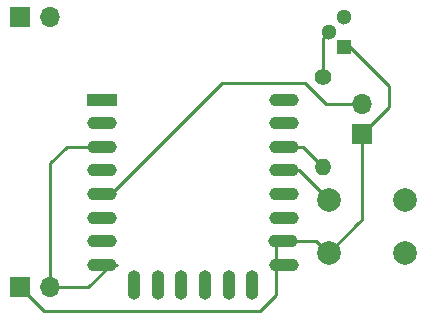
<source format=gbr>
%TF.GenerationSoftware,KiCad,Pcbnew,(5.1.6)-1*%
%TF.CreationDate,2020-12-09T18:00:23+01:00*%
%TF.ProjectId,W__cznik _wiat_a,57420563-7a6e-4696-9b20-5b7769617442,1*%
%TF.SameCoordinates,Original*%
%TF.FileFunction,Copper,L1,Top*%
%TF.FilePolarity,Positive*%
%FSLAX46Y46*%
G04 Gerber Fmt 4.6, Leading zero omitted, Abs format (unit mm)*
G04 Created by KiCad (PCBNEW (5.1.6)-1) date 2020-12-09 18:00:23*
%MOMM*%
%LPD*%
G01*
G04 APERTURE LIST*
%TA.AperFunction,ComponentPad*%
%ADD10O,1.700000X1.700000*%
%TD*%
%TA.AperFunction,ComponentPad*%
%ADD11R,1.700000X1.700000*%
%TD*%
%TA.AperFunction,ComponentPad*%
%ADD12C,1.300000*%
%TD*%
%TA.AperFunction,ComponentPad*%
%ADD13R,1.300000X1.300000*%
%TD*%
%TA.AperFunction,ComponentPad*%
%ADD14C,1.400000*%
%TD*%
%TA.AperFunction,ComponentPad*%
%ADD15O,1.400000X1.400000*%
%TD*%
%TA.AperFunction,ComponentPad*%
%ADD16C,2.000000*%
%TD*%
%TA.AperFunction,ComponentPad*%
%ADD17R,2.500000X1.100000*%
%TD*%
%TA.AperFunction,ComponentPad*%
%ADD18O,2.500000X1.100000*%
%TD*%
%TA.AperFunction,ComponentPad*%
%ADD19O,1.100000X2.500000*%
%TD*%
%TA.AperFunction,Conductor*%
%ADD20C,0.250000*%
%TD*%
G04 APERTURE END LIST*
D10*
%TO.P,REF\u002A\u002A,2*%
%TO.N,Net-(SW2-Pad1)*%
X66802000Y-32258000D03*
D11*
%TO.P,REF\u002A\u002A,1*%
%TO.N,Net-(Q1-Pad1)*%
X66802000Y-34798000D03*
%TD*%
D12*
%TO.P,Q1,2*%
%TO.N,Net-(Q1-Pad2)*%
X64008000Y-26152000D03*
%TO.P,Q1,3*%
%TO.N,Net-(Q1-Pad3)*%
X65278000Y-24892000D03*
D13*
%TO.P,Q1,1*%
%TO.N,Net-(Q1-Pad1)*%
X65278000Y-27432000D03*
%TD*%
D14*
%TO.P,R1,1*%
%TO.N,Net-(Q1-Pad2)*%
X63500000Y-29972000D03*
D15*
%TO.P,R1,2*%
%TO.N,Net-(R1-Pad2)*%
X63500000Y-37592000D03*
%TD*%
D16*
%TO.P,SW1,2*%
%TO.N,Net-(Q1-Pad1)*%
X64008000Y-44886000D03*
%TO.P,SW1,1*%
%TO.N,Net-(SW1-Pad1)*%
X64008000Y-40386000D03*
%TO.P,SW1,2*%
%TO.N,N/C*%
X70508000Y-44886000D03*
%TO.P,SW1,1*%
X70508000Y-40386000D03*
%TD*%
D11*
%TO.P,U1,1*%
%TO.N,N/C*%
X37893001Y-24939001D03*
D10*
%TO.P,U1,2*%
%TO.N,+5V*%
X40433001Y-24939001D03*
%TO.P,U1,3*%
%TO.N,Net-(U1-Pad3)*%
X40433001Y-47799001D03*
D11*
%TO.P,U1,1*%
%TO.N,Net-(Q1-Pad1)*%
X37893001Y-47799001D03*
%TD*%
D17*
%TO.P,U2,1*%
%TO.N,Net-(U2-Pad1)*%
X44843001Y-31889001D03*
D18*
%TO.P,U2,2*%
%TO.N,Net-(U2-Pad2)*%
X44843001Y-33889001D03*
%TO.P,U2,3*%
%TO.N,Net-(U1-Pad3)*%
X44843001Y-35889001D03*
%TO.P,U2,4*%
%TO.N,Net-(U2-Pad4)*%
X44843001Y-37889001D03*
%TO.P,U2,5*%
%TO.N,Net-(SW2-Pad1)*%
X44843001Y-39889001D03*
%TO.P,U2,6*%
%TO.N,Net-(U2-Pad6)*%
X44843001Y-41889001D03*
%TO.P,U2,7*%
%TO.N,Net-(U2-Pad7)*%
X44843001Y-43889001D03*
%TO.P,U2,8*%
%TO.N,Net-(U1-Pad3)*%
X44843001Y-45889001D03*
%TO.P,U2,15*%
%TO.N,Net-(Q1-Pad1)*%
X60243001Y-45889001D03*
%TO.P,U2,16*%
X60143001Y-43889001D03*
%TO.P,U2,17*%
%TO.N,Net-(U2-Pad17)*%
X60243001Y-41889001D03*
%TO.P,U2,18*%
%TO.N,Net-(U2-Pad18)*%
X60243001Y-39889001D03*
%TO.P,U2,19*%
%TO.N,Net-(SW1-Pad1)*%
X60243001Y-37889001D03*
%TO.P,U2,20*%
%TO.N,Net-(R1-Pad2)*%
X60243001Y-35889001D03*
%TO.P,U2,21*%
%TO.N,Net-(U2-Pad21)*%
X60243001Y-33889001D03*
%TO.P,U2,22*%
%TO.N,Net-(U2-Pad22)*%
X60243001Y-31889001D03*
D19*
%TO.P,U2,9*%
%TO.N,Net-(U2-Pad9)*%
X47533001Y-47589001D03*
%TO.P,U2,10*%
%TO.N,Net-(U2-Pad10)*%
X49533001Y-47589001D03*
%TO.P,U2,11*%
%TO.N,Net-(U2-Pad11)*%
X51533001Y-47589001D03*
%TO.P,U2,12*%
%TO.N,Net-(U2-Pad12)*%
X53533001Y-47589001D03*
%TO.P,U2,13*%
%TO.N,Net-(U2-Pad13)*%
X55533001Y-47589001D03*
%TO.P,U2,14*%
%TO.N,Net-(U2-Pad14)*%
X57533001Y-47589001D03*
%TD*%
D20*
%TO.N,Net-(Q1-Pad1)*%
X64008000Y-44886000D02*
X63936000Y-44886000D01*
X62939001Y-43889001D02*
X59543001Y-43889001D01*
X63936000Y-44886000D02*
X62939001Y-43889001D01*
X59543001Y-43889001D02*
X59543001Y-45889001D01*
X59543001Y-45889001D02*
X59543001Y-48406999D01*
X59543001Y-48406999D02*
X58166000Y-49784000D01*
X39878000Y-49784000D02*
X37893001Y-47799001D01*
X58166000Y-49784000D02*
X39878000Y-49784000D01*
X66802000Y-42092000D02*
X66512000Y-42382000D01*
X66802000Y-34798000D02*
X66802000Y-42092000D01*
X66512000Y-42382000D02*
X64008000Y-44886000D01*
X65278000Y-27432000D02*
X65786000Y-27432000D01*
X65786000Y-27432000D02*
X69088000Y-30734000D01*
X69088000Y-32512000D02*
X66802000Y-34798000D01*
X69088000Y-30734000D02*
X69088000Y-32512000D01*
%TO.N,Net-(Q1-Pad2)*%
X63500000Y-26660000D02*
X64008000Y-26152000D01*
X63500000Y-29972000D02*
X63500000Y-26660000D01*
%TO.N,Net-(R1-Pad2)*%
X61797001Y-35889001D02*
X59543001Y-35889001D01*
X63500000Y-37592000D02*
X61797001Y-35889001D01*
%TO.N,Net-(SW1-Pad1)*%
X61511001Y-37889001D02*
X59543001Y-37889001D01*
X64008000Y-40386000D02*
X61511001Y-37889001D01*
%TO.N,Net-(SW2-Pad1)*%
X54952002Y-30480000D02*
X45543001Y-39889001D01*
X61976000Y-30480000D02*
X54952002Y-30480000D01*
X66802000Y-32258000D02*
X63754000Y-32258000D01*
X62992000Y-31496000D02*
X62865000Y-31369000D01*
X63754000Y-32258000D02*
X62865000Y-31369000D01*
X62865000Y-31369000D02*
X61976000Y-30480000D01*
%TO.N,Net-(U1-Pad3)*%
X43633001Y-47799001D02*
X45543001Y-45889001D01*
X40433001Y-47799001D02*
X43633001Y-47799001D01*
X45543001Y-45889001D02*
X46058999Y-45889001D01*
X40433001Y-47799001D02*
X40433001Y-37290999D01*
X41834999Y-35889001D02*
X45543001Y-35889001D01*
X40433001Y-37290999D02*
X41834999Y-35889001D01*
%TD*%
M02*

</source>
